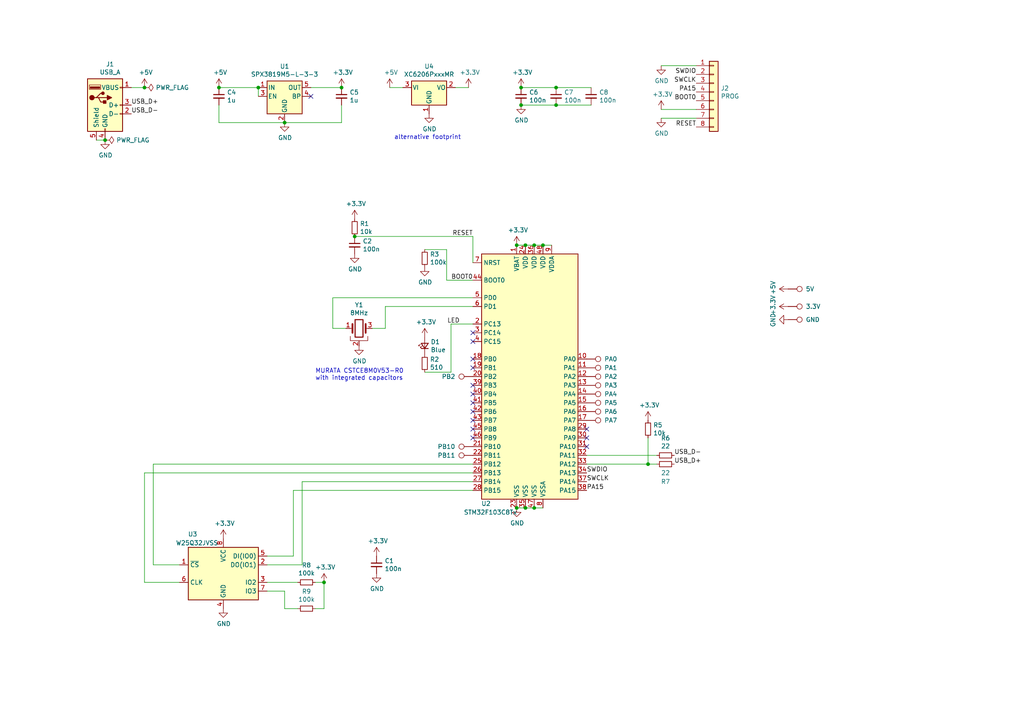
<source format=kicad_sch>
(kicad_sch (version 20211123) (generator eeschema)
  (paper "A4")
  (title_block (title "MiniPill usb stick with SPI flash") (date "2019-09-05") (rev "v1.0") (company "FLACO 2019, licence of this schematic is CC-BY-NC-SA") (comment 1 "STM32F103 \"Bluepill\" in a USB stick form factor") (comment 2 "Only a few IO pins are broken out in order to keep it small") (comment 3 "SPI flash in order to emulate a USB mass storage"))
  (lib_symbols
    (symbol "Connector:TestPoint" (pin_numbers hide) (pin_names (offset 0.762) hide)
      (property "Reference" "TP" (at 0 6.858 0))
      (property "Value" "TestPoint" (at 0 5.08 0))
      (symbol "TestPoint_0_1"
        (circle (center 0 3.302) (radius 0.762))
      )
      (symbol "TestPoint_1_1"
        (pin passive line (at 0 0 90) (length 2.54) (name "1") (number "1"))
      )
    )
    (symbol "Connector:USB_A" (pin_names (offset 1.016))
      (property "Reference" "J" (at -5.08 11.43 0))
      (property "Value" "USB_A" (at -5.08 8.89 0))
      (symbol "USB_A_0_1"
        (rectangle (start -5.08 -7.62) (end 5.08 7.62) (stroke (width 0.254)) (fill (type background)))
        (circle (center -3.81 2.159) (radius 0.635) (stroke (width 0.254)) (fill (type outline)))
        (rectangle (start -1.524 4.826) (end -4.318 5.334) (fill (type outline)))
        (rectangle (start -1.27 4.572) (end -4.572 5.842))
        (circle (center -0.635 3.429) (radius 0.381) (stroke (width 0.254)) (fill (type outline)))
        (rectangle (start -0.127 -7.62) (end 0.127 -6.858))
        (polyline (pts (xy -3.175 2.159) (xy -2.54 2.159) (xy -1.27 3.429) (xy -0.635 3.429)) (stroke (width 0.254)))
        (polyline (pts (xy -2.54 2.159) (xy -1.905 2.159) (xy -1.27 0.889) (xy 0 0.889)) (stroke (width 0.254)))
        (polyline (pts (xy 0.635 2.794) (xy 0.635 1.524) (xy 1.905 2.159) (xy 0.635 2.794)) (stroke (width 0.254)) (fill (type outline)))
        (rectangle (start 0.254 1.27) (end -0.508 0.508) (stroke (width 0.254)) (fill (type outline)))
        (rectangle (start 5.08 -2.667) (end 4.318 -2.413))
        (rectangle (start 5.08 -0.127) (end 4.318 0.127))
        (rectangle (start 5.08 4.953) (end 4.318 5.207))
      )
      (symbol "USB_A_1_1"
        (polyline (pts (xy -1.905 2.159) (xy 0.635 2.159)) (stroke (width 0.254)))
        (pin power_in line (at 7.62 5.08 180) (length 2.54) (name "VBUS") (number "1"))
        (pin bidirectional line (at 7.62 -2.54 180) (length 2.54) (name "D-") (number "2"))
        (pin bidirectional line (at 7.62 0 180) (length 2.54) (name "D+") (number "3"))
        (pin power_in line (at 0 -10.16 90) (length 2.54) (name "GND") (number "4"))
        (pin passive line (at -2.54 -10.16 90) (length 2.54) (name "Shield") (number "5"))
      )
    )
    (symbol "Connector_Generic:Conn_01x08" (pin_names (offset 1.016) hide)
      (property "Reference" "J" (at 0 10.16 0))
      (property "Value" "Conn_01x08" (at 0 -12.7 0))
      (symbol "Conn_01x08_1_1"
        (rectangle (start -1.27 -10.033) (end 0 -10.287) (stroke (width 0.1524)))
        (rectangle (start -1.27 -7.493) (end 0 -7.747) (stroke (width 0.1524)))
        (rectangle (start -1.27 -4.953) (end 0 -5.207) (stroke (width 0.1524)))
        (rectangle (start -1.27 -2.413) (end 0 -2.667) (stroke (width 0.1524)))
        (rectangle (start -1.27 0.127) (end 0 -0.127) (stroke (width 0.1524)))
        (rectangle (start -1.27 2.667) (end 0 2.413) (stroke (width 0.1524)))
        (rectangle (start -1.27 5.207) (end 0 4.953) (stroke (width 0.1524)))
        (rectangle (start -1.27 7.747) (end 0 7.493) (stroke (width 0.1524)))
        (rectangle (start -1.27 8.89) (end 1.27 -11.43) (stroke (width 0.254)) (fill (type background)))
        (pin passive line (at -5.08 7.62 0) (length 3.81) (name "Pin_1") (number "1"))
        (pin passive line (at -5.08 5.08 0) (length 3.81) (name "Pin_2") (number "2"))
        (pin passive line (at -5.08 2.54 0) (length 3.81) (name "Pin_3") (number "3"))
        (pin passive line (at -5.08 0 0) (length 3.81) (name "Pin_4") (number "4"))
        (pin passive line (at -5.08 -2.54 0) (length 3.81) (name "Pin_5") (number "5"))
        (pin passive line (at -5.08 -5.08 0) (length 3.81) (name "Pin_6") (number "6"))
        (pin passive line (at -5.08 -7.62 0) (length 3.81) (name "Pin_7") (number "7"))
        (pin passive line (at -5.08 -10.16 0) (length 3.81) (name "Pin_8") (number "8"))
      )
    )
    (symbol "Device:C_Small" (pin_numbers hide) (pin_names (offset 0.254) hide)
      (property "Reference" "C" (at 0.254 1.778 0))
      (property "Value" "C_Small" (at 0.254 -2.032 0))
      (symbol "C_Small_0_1"
        (polyline (pts (xy -1.524 -0.508) (xy 1.524 -0.508)) (stroke (width 0.3302)))
        (polyline (pts (xy -1.524 0.508) (xy 1.524 0.508)) (stroke (width 0.3048)))
      )
      (symbol "C_Small_1_1"
        (pin passive line (at 0 2.54 270) (length 2.032) (name "~") (number "1"))
        (pin passive line (at 0 -2.54 90) (length 2.032) (name "~") (number "2"))
      )
    )
    (symbol "Device:Crystal_GND2" (pin_names (offset 1.016) hide)
      (property "Reference" "Y" (at 0 5.715 0))
      (property "Value" "Crystal_GND2" (at 0 3.81 0))
      (symbol "Crystal_GND2_0_1"
        (rectangle (start -1.143 2.54) (end 1.143 -2.54) (stroke (width 0.3048)))
        (polyline (pts (xy -2.54 0) (xy -1.905 0)))
        (polyline (pts (xy -1.905 -1.27) (xy -1.905 1.27)) (stroke (width 0.508)))
        (polyline (pts (xy 0 -3.81) (xy 0 -3.556)))
        (polyline (pts (xy 1.905 0) (xy 2.54 0)))
        (polyline (pts (xy 1.905 1.27) (xy 1.905 -1.27)) (stroke (width 0.508)))
        (polyline (pts (xy -2.54 -2.286) (xy -2.54 -3.556) (xy 2.54 -3.556) (xy 2.54 -2.286)))
      )
      (symbol "Crystal_GND2_1_1"
        (pin passive line (at -3.81 0 0) (length 1.27) (name "1") (number "1"))
        (pin passive line (at 0 -5.08 90) (length 1.27) (name "2") (number "2"))
        (pin passive line (at 3.81 0 180) (length 1.27) (name "3") (number "3"))
      )
    )
    (symbol "Device:LED_Small" (pin_numbers hide) (pin_names (offset 0.254) hide)
      (property "Reference" "D" (at -1.27 3.175 0))
      (property "Value" "LED_Small" (at -4.445 -2.54 0))
      (symbol "LED_Small_0_1"
        (polyline (pts (xy -0.762 -1.016) (xy -0.762 1.016)) (stroke (width 0.254)))
        (polyline (pts (xy 1.016 0) (xy -0.762 0)))
        (polyline (pts (xy 0.762 -1.016) (xy -0.762 0) (xy 0.762 1.016) (xy 0.762 -1.016)) (stroke (width 0.254)))
        (polyline (pts (xy 0 0.762) (xy -0.508 1.27) (xy -0.254 1.27) (xy -0.508 1.27) (xy -0.508 1.016)))
        (polyline (pts (xy 0.508 1.27) (xy 0 1.778) (xy 0.254 1.778) (xy 0 1.778) (xy 0 1.524)))
      )
      (symbol "LED_Small_1_1"
        (pin passive line (at -2.54 0 0) (length 1.778) (name "K") (number "1"))
        (pin passive line (at 2.54 0 180) (length 1.778) (name "A") (number "2"))
      )
    )
    (symbol "Device:R_Small" (pin_numbers hide) (pin_names (offset 0.254) hide)
      (property "Reference" "R" (at 0.762 0.508 0))
      (property "Value" "R_Small" (at 0.762 -1.016 0))
      (symbol "R_Small_0_1"
        (rectangle (start -0.762 1.778) (end 0.762 -1.778) (stroke (width 0.2032)))
      )
      (symbol "R_Small_1_1"
        (pin passive line (at 0 2.54 270) (length 0.762) (name "~") (number "1"))
        (pin passive line (at 0 -2.54 90) (length 0.762) (name "~") (number "2"))
      )
    )
    (symbol "MCU_ST_STM32F1:STM32F103C8Tx"
      (property "Reference" "U" (at -15.24 36.83 0))
      (property "Value" "STM32F103C8Tx" (at 7.62 36.83 0))
      (symbol "STM32F103C8Tx_0_1"
        (rectangle (start -15.24 -35.56) (end 12.7 35.56) (stroke (width 0.254)) (fill (type background)))
      )
      (symbol "STM32F103C8Tx_1_1"
        (pin power_in line (at -5.08 38.1 270) (length 2.54) (name "VBAT") (number "1"))
        (pin bidirectional line (at 15.24 5.08 180) (length 2.54) (name "PA0") (number "10"))
        (pin bidirectional line (at 15.24 2.54 180) (length 2.54) (name "PA1") (number "11"))
        (pin bidirectional line (at 15.24 0 180) (length 2.54) (name "PA2") (number "12"))
        (pin bidirectional line (at 15.24 -2.54 180) (length 2.54) (name "PA3") (number "13"))
        (pin bidirectional line (at 15.24 -5.08 180) (length 2.54) (name "PA4") (number "14"))
        (pin bidirectional line (at 15.24 -7.62 180) (length 2.54) (name "PA5") (number "15"))
        (pin bidirectional line (at 15.24 -10.16 180) (length 2.54) (name "PA6") (number "16"))
        (pin bidirectional line (at 15.24 -12.7 180) (length 2.54) (name "PA7") (number "17"))
        (pin bidirectional line (at -17.78 5.08 0) (length 2.54) (name "PB0") (number "18"))
        (pin bidirectional line (at -17.78 2.54 0) (length 2.54) (name "PB1") (number "19"))
        (pin bidirectional line (at -17.78 15.24 0) (length 2.54) (name "PC13") (number "2"))
        (pin bidirectional line (at -17.78 0 0) (length 2.54) (name "PB2") (number "20"))
        (pin bidirectional line (at -17.78 -20.32 0) (length 2.54) (name "PB10") (number "21"))
        (pin bidirectional line (at -17.78 -22.86 0) (length 2.54) (name "PB11") (number "22"))
        (pin power_in line (at -5.08 -38.1 90) (length 2.54) (name "VSS") (number "23"))
        (pin power_in line (at -2.54 38.1 270) (length 2.54) (name "VDD") (number "24"))
        (pin bidirectional line (at -17.78 -25.4 0) (length 2.54) (name "PB12") (number "25"))
        (pin bidirectional line (at -17.78 -27.94 0) (length 2.54) (name "PB13") (number "26"))
        (pin bidirectional line (at -17.78 -30.48 0) (length 2.54) (name "PB14") (number "27"))
        (pin bidirectional line (at -17.78 -33.02 0) (length 2.54) (name "PB15") (number "28"))
        (pin bidirectional line (at 15.24 -15.24 180) (length 2.54) (name "PA8") (number "29"))
        (pin bidirectional line (at -17.78 12.7 0) (length 2.54) (name "PC14") (number "3"))
        (pin bidirectional line (at 15.24 -17.78 180) (length 2.54) (name "PA9") (number "30"))
        (pin bidirectional line (at 15.24 -20.32 180) (length 2.54) (name "PA10") (number "31"))
        (pin bidirectional line (at 15.24 -22.86 180) (length 2.54) (name "PA11") (number "32"))
        (pin bidirectional line (at 15.24 -25.4 180) (length 2.54) (name "PA12") (number "33"))
        (pin bidirectional line (at 15.24 -27.94 180) (length 2.54) (name "PA13") (number "34"))
        (pin power_in line (at -2.54 -38.1 90) (length 2.54) (name "VSS") (number "35"))
        (pin power_in line (at 0 38.1 270) (length 2.54) (name "VDD") (number "36"))
        (pin bidirectional line (at 15.24 -30.48 180) (length 2.54) (name "PA14") (number "37"))
        (pin bidirectional line (at 15.24 -33.02 180) (length 2.54) (name "PA15") (number "38"))
        (pin bidirectional line (at -17.78 -2.54 0) (length 2.54) (name "PB3") (number "39"))
        (pin bidirectional line (at -17.78 10.16 0) (length 2.54) (name "PC15") (number "4"))
        (pin bidirectional line (at -17.78 -5.08 0) (length 2.54) (name "PB4") (number "40"))
        (pin bidirectional line (at -17.78 -7.62 0) (length 2.54) (name "PB5") (number "41"))
        (pin bidirectional line (at -17.78 -10.16 0) (length 2.54) (name "PB6") (number "42"))
        (pin bidirectional line (at -17.78 -12.7 0) (length 2.54) (name "PB7") (number "43"))
        (pin input line (at -17.78 27.94 0) (length 2.54) (name "BOOT0") (number "44"))
        (pin bidirectional line (at -17.78 -15.24 0) (length 2.54) (name "PB8") (number "45"))
        (pin bidirectional line (at -17.78 -17.78 0) (length 2.54) (name "PB9") (number "46"))
        (pin power_in line (at 0 -38.1 90) (length 2.54) (name "VSS") (number "47"))
        (pin power_in line (at 2.54 38.1 270) (length 2.54) (name "VDD") (number "48"))
        (pin input line (at -17.78 22.86 0) (length 2.54) (name "PD0") (number "5"))
        (pin input line (at -17.78 20.32 0) (length 2.54) (name "PD1") (number "6"))
        (pin input line (at -17.78 33.02 0) (length 2.54) (name "NRST") (number "7"))
        (pin power_in line (at 2.54 -38.1 90) (length 2.54) (name "VSSA") (number "8"))
        (pin power_in line (at 5.08 38.1 270) (length 2.54) (name "VDDA") (number "9"))
      )
    )
    (symbol "Memory_Flash:W25Q32JVSS"
      (property "Reference" "U" (at -8.89 8.89 0))
      (property "Value" "W25Q32JVSS" (at 7.62 8.89 0))
      (symbol "W25Q32JVSS_0_1"
        (rectangle (start -10.16 7.62) (end 10.16 -7.62) (stroke (width 0.254)) (fill (type background)))
      )
      (symbol "W25Q32JVSS_1_1"
        (pin input line (at -12.7 2.54 0) (length 2.54) (name "~{CS}") (number "1"))
        (pin bidirectional line (at 12.7 2.54 180) (length 2.54) (name "DO(IO1)") (number "2"))
        (pin bidirectional line (at 12.7 -2.54 180) (length 2.54) (name "IO2") (number "3"))
        (pin power_in line (at 0 -10.16 90) (length 2.54) (name "GND") (number "4"))
        (pin bidirectional line (at 12.7 5.08 180) (length 2.54) (name "DI(IO0)") (number "5"))
        (pin input line (at -12.7 -2.54 0) (length 2.54) (name "CLK") (number "6"))
        (pin bidirectional line (at 12.7 -5.08 180) (length 2.54) (name "IO3") (number "7"))
        (pin power_in line (at 0 10.16 270) (length 2.54) (name "VCC") (number "8"))
      )
    )
    (symbol "Regulator_Linear:SPX3819M5-L-3-3" (pin_names (offset 0.254))
      (property "Reference" "U" (at -3.81 5.715 0))
      (property "Value" "SPX3819M5-L-3-3" (at 0 5.715 0))
      (symbol "SPX3819M5-L-3-3_0_1"
        (rectangle (start -5.08 4.445) (end 5.08 -5.08) (stroke (width 0.254)) (fill (type background)))
      )
      (symbol "SPX3819M5-L-3-3_1_1"
        (pin power_in line (at -7.62 2.54 0) (length 2.54) (name "IN") (number "1"))
        (pin power_in line (at 0 -7.62 90) (length 2.54) (name "GND") (number "2"))
        (pin input line (at -7.62 0 0) (length 2.54) (name "EN") (number "3"))
        (pin input line (at 7.62 0 180) (length 2.54) (name "BP") (number "4"))
        (pin power_out line (at 7.62 2.54 180) (length 2.54) (name "OUT") (number "5"))
      )
    )
    (symbol "Regulator_Linear:XC6206PxxxMR" (pin_names (offset 0.254))
      (property "Reference" "U" (at -3.81 3.175 0))
      (property "Value" "XC6206PxxxMR" (at 0 3.175 0))
      (symbol "XC6206PxxxMR_0_1"
        (rectangle (start -5.08 1.905) (end 5.08 -5.08) (stroke (width 0.254)) (fill (type background)))
      )
      (symbol "XC6206PxxxMR_1_1"
        (pin power_in line (at 0 -7.62 90) (length 2.54) (name "GND") (number "1"))
        (pin power_out line (at 7.62 0 180) (length 2.54) (name "VO") (number "2"))
        (pin power_in line (at -7.62 0 0) (length 2.54) (name "VI") (number "3"))
      )
    )
    (symbol "power:+3.3V" (power) (pin_names (offset 0))
      (property "Value" "+3.3V" (at 0 3.556 0))
      (symbol "+3.3V_0_1"
        (polyline (pts (xy -0.762 1.27) (xy 0 2.54)))
        (polyline (pts (xy 0 0) (xy 0 2.54)))
        (polyline (pts (xy 0 2.54) (xy 0.762 1.27)))
      )
      (symbol "+3.3V_1_1"
        (pin power_in line (at 0 0 90) (length 0) hide (name "+3.3V") (number "1"))
      )
    )
    (symbol "power:+5V" (power) (pin_names (offset 0))
      (property "Value" "+5V" (at 0 3.556 0))
      (symbol "+5V_0_1"
        (polyline (pts (xy -0.762 1.27) (xy 0 2.54)))
        (polyline (pts (xy 0 0) (xy 0 2.54)))
        (polyline (pts (xy 0 2.54) (xy 0.762 1.27)))
      )
      (symbol "+5V_1_1"
        (pin power_in line (at 0 0 90) (length 0) hide (name "+5V") (number "1"))
      )
    )
    (symbol "power:GND" (power) (pin_names (offset 0))
      (property "Value" "GND" (at 0 -3.81 0))
      (symbol "GND_0_1"
        (polyline (pts (xy 0 0) (xy 0 -1.27) (xy 1.27 -1.27) (xy 0 -2.54) (xy -1.27 -1.27) (xy 0 -1.27)))
      )
      (symbol "GND_1_1"
        (pin power_in line (at 0 0 270) (length 0) hide (name "GND") (number "1"))
      )
    )
    (symbol "power:PWR_FLAG" (power) (pin_numbers hide) (pin_names (offset 0) hide)
      (property "Value" "PWR_FLAG" (at 0 3.81 0))
      (symbol "PWR_FLAG_0_0"
        (pin power_out line (at 0 0 90) (length 0) (name "pwr") (number "1"))
      )
      (symbol "PWR_FLAG_0_1"
        (polyline (pts (xy 0 0) (xy 0 1.27) (xy -1.016 1.905) (xy 0 2.54) (xy 1.016 1.905) (xy 0 1.27)))
      )
    )
  )
  (junction (at 93.98 168.91))
  (junction (at 63.5 25.4))
  (junction (at 161.29 25.4))
  (junction (at 152.4 147.32))
  (junction (at 154.94 71.12))
  (junction (at 74.93 25.4))
  (junction (at 154.94 147.32))
  (junction (at 102.87 68.58))
  (junction (at 157.48 71.12))
  (junction (at 151.13 25.4))
  (junction (at 82.55 35.56))
  (junction (at 41.91 25.4))
  (junction (at 99.06 25.4))
  (junction (at 151.13 30.48))
  (junction (at 30.48 40.64))
  (junction (at 187.96 134.62))
  (junction (at 161.29 30.48))
  (junction (at 152.4 71.12))
  (junction (at 149.86 147.32))
  (junction (at 149.86 71.12))
  (no_connect (at 137.16 111.76))
  (no_connect (at 137.16 106.68))
  (no_connect (at 170.18 129.54))
  (no_connect (at 170.18 127))
  (no_connect (at 137.16 96.52))
  (no_connect (at 137.16 99.06))
  (no_connect (at 137.16 119.38))
  (no_connect (at 137.16 114.3))
  (no_connect (at 137.16 121.92))
  (no_connect (at 90.17 27.94))
  (no_connect (at 137.16 104.14))
  (no_connect (at 137.16 124.46))
  (no_connect (at 170.18 124.46))
  (no_connect (at 137.16 116.84))
  (no_connect (at 137.16 127))
  (wire (pts (xy 111.76 95.25) (xy 107.95 95.25)))
  (wire (pts (xy 99.06 35.56) (xy 99.06 30.48)))
  (wire (pts (xy 137.16 86.36) (xy 96.52 86.36)))
  (wire (pts (xy 102.87 68.58) (xy 137.16 68.58)))
  (wire (pts (xy 82.55 35.56) (xy 63.5 35.56)))
  (wire (pts (xy 151.13 25.4) (xy 161.29 25.4)))
  (wire (pts (xy 77.47 171.45) (xy 82.55 171.45)))
  (wire (pts (xy 137.16 76.2) (xy 137.16 68.58)))
  (wire (pts (xy 151.13 30.48) (xy 161.29 30.48)))
  (wire (pts (xy 170.18 134.62) (xy 187.96 134.62)))
  (wire (pts (xy 74.93 25.4) (xy 63.5 25.4)))
  (wire (pts (xy 41.91 137.16) (xy 41.91 168.91)))
  (wire (pts (xy 152.4 147.32) (xy 149.86 147.32)))
  (wire (pts (xy 87.63 139.7) (xy 137.16 139.7)))
  (wire (pts (xy 74.93 27.94) (xy 74.93 25.4)))
  (wire (pts (xy 157.48 147.32) (xy 154.94 147.32)))
  (wire (pts (xy 187.96 134.62) (xy 190.5 134.62)))
  (wire (pts (xy 90.17 25.4) (xy 99.06 25.4)))
  (wire (pts (xy 82.55 176.53) (xy 86.36 176.53)))
  (wire (pts (xy 44.45 134.62) (xy 44.45 163.83)))
  (wire (pts (xy 63.5 35.56) (xy 63.5 30.48)))
  (wire (pts (xy 85.09 142.24) (xy 85.09 161.29)))
  (wire (pts (xy 85.09 142.24) (xy 137.16 142.24)))
  (wire (pts (xy 87.63 139.7) (xy 87.63 163.83)))
  (wire (pts (xy 129.54 72.39) (xy 129.54 81.28)))
  (wire (pts (xy 154.94 147.32) (xy 152.4 147.32)))
  (wire (pts (xy 201.93 19.05) (xy 191.77 19.05)))
  (wire (pts (xy 41.91 168.91) (xy 52.07 168.91)))
  (wire (pts (xy 154.94 71.12) (xy 152.4 71.12)))
  (wire (pts (xy 187.96 127) (xy 187.96 134.62)))
  (wire (pts (xy 160.02 71.12) (xy 157.48 71.12)))
  (wire (pts (xy 44.45 134.62) (xy 137.16 134.62)))
  (wire (pts (xy 44.45 163.83) (xy 52.07 163.83)))
  (wire (pts (xy 170.18 132.08) (xy 190.5 132.08)))
  (wire (pts (xy 111.76 88.9) (xy 111.76 95.25)))
  (wire (pts (xy 27.94 40.64) (xy 30.48 40.64)))
  (wire (pts (xy 201.93 31.75) (xy 191.77 31.75)))
  (wire (pts (xy 96.52 95.25) (xy 100.33 95.25)))
  (wire (pts (xy 161.29 30.48) (xy 171.45 30.48)))
  (wire (pts (xy 91.44 168.91) (xy 93.98 168.91)))
  (wire (pts (xy 113.03 25.4) (xy 116.84 25.4)))
  (wire (pts (xy 129.54 81.28) (xy 137.16 81.28)))
  (wire (pts (xy 137.16 88.9) (xy 111.76 88.9)))
  (wire (pts (xy 96.52 86.36) (xy 96.52 95.25)))
  (wire (pts (xy 93.98 176.53) (xy 91.44 176.53)))
  (wire (pts (xy 93.98 168.91) (xy 93.98 176.53)))
  (wire (pts (xy 38.1 25.4) (xy 41.91 25.4)))
  (wire (pts (xy 41.91 137.16) (xy 137.16 137.16)))
  (wire (pts (xy 137.16 93.98) (xy 130.81 93.98)))
  (wire (pts (xy 130.81 107.95) (xy 123.19 107.95)))
  (wire (pts (xy 86.36 168.91) (xy 77.47 168.91)))
  (wire (pts (xy 157.48 71.12) (xy 154.94 71.12)))
  (wire (pts (xy 85.09 161.29) (xy 77.47 161.29)))
  (wire (pts (xy 132.08 25.4) (xy 135.89 25.4)))
  (wire (pts (xy 130.81 93.98) (xy 130.81 107.95)))
  (wire (pts (xy 82.55 35.56) (xy 99.06 35.56)))
  (wire (pts (xy 82.55 171.45) (xy 82.55 176.53)))
  (wire (pts (xy 123.19 72.39) (xy 129.54 72.39)))
  (wire (pts (xy 201.93 34.29) (xy 191.77 34.29)))
  (wire (pts (xy 152.4 71.12) (xy 149.86 71.12)))
  (wire (pts (xy 87.63 163.83) (xy 77.47 163.83)))
  (wire (pts (xy 161.29 25.4) (xy 171.45 25.4)))
  (text "alternative footprint" (at 114.3 40.64 0) (effects (font (size 1.27 1.27)) (justify left bottom)))
  (text "MURATA CSTCE8M0V53-R0\nwith integrated capacitors" (at 91.44 110.49 0) (effects (font (size 1.27 1.27)) (justify left bottom)))
  (label "USB_D+" (at 38.1 30.48 0))
  (label "BOOT0" (at 137.16 81.28 180))
  (label "SWCLK" (at 201.93 24.13 180))
  (label "LED" (at 133.35 93.98 180))
  (label "USB_D-" (at 195.58 132.08 0))
  (label "PA15" (at 170.18 142.24 0))
  (label "USB_D-" (at 38.1 33.02 0))
  (label "RESET" (at 201.93 36.83 180))
  (label "USB_D+" (at 195.58 134.62 0))
  (label "SWDIO" (at 201.93 21.59 180))
  (label "SWCLK" (at 170.18 139.7 0))
  (label "PA15" (at 201.93 26.67 180))
  (label "BOOT0" (at 201.93 29.21 180))
  (label "SWDIO" (at 170.18 137.16 0))
  (label "RESET" (at 137.16 68.58 180))
  (symbol (lib_id "power:GND") (at 30.48 40.64 0) (unit 1)
    (property "Reference" "#PWR0101" (effects hide))
    (property "Value" "GND" (at 30.607 45.0342 0))
  )
  (symbol (lib_id "power:+5V") (at 41.91 25.4 0) (unit 1)
    (property "Reference" "#PWR0102" (effects hide))
    (property "Value" "+5V" (at 42.291 21.0058 0))
  )
  (symbol (lib_id "power:+3.3V") (at 187.96 121.92 0) (unit 1)
    (property "Reference" "#PWR0103" (effects hide))
    (property "Value" "+3.3V" (at 188.341 117.5258 0))
  )
  (symbol (lib_id "power:+3.3V") (at 99.06 25.4 0) (unit 1)
    (property "Reference" "#PWR0104" (effects hide))
    (property "Value" "+3.3V" (at 99.441 21.0058 0))
  )
  (symbol (lib_id "power:+5V") (at 63.5 25.4 0) (unit 1)
    (property "Reference" "#PWR0105" (effects hide))
    (property "Value" "+5V" (at 63.881 21.0058 0))
  )
  (symbol (lib_id "power:GND") (at 191.77 34.29 0) (unit 1)
    (property "Reference" "#PWR0119" (effects hide))
    (property "Value" "GND" (at 191.897 38.6842 0))
  )
  (symbol (lib_id "power:GND") (at 82.55 35.56 0) (unit 1)
    (property "Reference" "#PWR0106" (effects hide))
    (property "Value" "GND" (at 82.677 39.9542 0))
  )
  (symbol (lib_id "power:+3.3V") (at 191.77 31.75 0) (unit 1)
    (property "Reference" "#PWR0120" (effects hide))
    (property "Value" "+3.3V" (at 192.151 27.3558 0))
  )
  (symbol (lib_id "power:+3.3V") (at 149.86 71.12 0) (unit 1)
    (property "Reference" "#PWR0108" (effects hide))
    (property "Value" "+3.3V" (at 150.241 66.7258 0))
  )
  (symbol (lib_id "power:GND") (at 149.86 147.32 0) (unit 1)
    (property "Reference" "#PWR0109" (effects hide))
    (property "Value" "GND" (at 149.987 151.7142 0))
  )
  (symbol (lib_id "power:PWR_FLAG") (at 41.91 25.4 270) (unit 1)
    (property "Reference" "#FLG0101" (effects hide))
    (property "Value" "PWR_FLAG" (at 45.1612 25.4 90) (effects (justify left)))
  )
  (symbol (lib_id "power:GND") (at 151.13 30.48 0) (unit 1)
    (property "Reference" "#PWR0110" (effects hide))
    (property "Value" "GND" (at 151.257 34.8742 0))
  )
  (symbol (lib_id "power:+3.3V") (at 151.13 25.4 0) (unit 1)
    (property "Reference" "#PWR0111" (effects hide))
    (property "Value" "+3.3V" (at 151.511 21.0058 0))
  )
  (symbol (lib_id "power:PWR_FLAG") (at 30.48 40.64 270) (unit 1)
    (property "Reference" "#FLG0102" (effects hide))
    (property "Value" "PWR_FLAG" (at 33.7312 40.64 90) (effects (justify left)))
  )
  (symbol (lib_id "power:GND") (at 104.14 100.33 0) (unit 1)
    (property "Reference" "#PWR0112" (effects hide))
    (property "Value" "GND" (at 104.267 104.7242 0))
  )
  (symbol (lib_id "Device:LED_Small") (at 123.19 100.33 90) (unit 1)
    (property "Reference" "D1" (at 124.9172 99.1616 90) (effects (justify right)))
    (property "Value" "Blue" (at 124.9172 101.473 90) (effects (justify right)))
    (property "Footprint" "LED_SMD:LED_0805_2012Metric" (effects hide))
  )
  (symbol (lib_id "power:+3.3V") (at 123.19 97.79 0) (unit 1)
    (property "Reference" "#PWR0113" (effects hide))
    (property "Value" "+3.3V" (at 123.571 93.3958 0))
  )
  (symbol (lib_id "power:+3.3V") (at 102.87 63.5 0) (unit 1)
    (property "Reference" "#PWR0114" (effects hide))
    (property "Value" "+3.3V" (at 103.251 59.1058 0))
  )
  (symbol (lib_id "power:GND") (at 102.87 73.66 0) (unit 1)
    (property "Reference" "#PWR0115" (effects hide))
    (property "Value" "GND" (at 102.997 78.0542 0))
  )
  (symbol (lib_id "Device:Crystal_GND2") (at 104.14 95.25 0) (unit 1)
    (property "Reference" "Y1" (at 104.14 88.4428 0))
    (property "Value" "8MHz" (at 104.14 90.7542 0))
    (property "Footprint" "Crystal:Resonator_SMD_Murata_CSTxExxV-3Pin_3.0x1.1mm" (effects hide))
  )
  (symbol (lib_id "power:+3.3V") (at 64.77 156.21 0) (unit 1)
    (property "Reference" "#PWR0121" (effects hide))
    (property "Value" "+3.3V" (at 65.151 151.8158 0))
  )
  (symbol (lib_id "power:GND") (at 64.77 176.53 0) (unit 1)
    (property "Reference" "#PWR0122" (effects hide))
    (property "Value" "GND" (at 64.897 180.9242 0))
  )
  (symbol (lib_id "power:+3.3V") (at 109.22 161.29 0) (unit 1)
    (property "Reference" "#PWR0123" (effects hide))
    (property "Value" "+3.3V" (at 109.601 156.8958 0))
  )
  (symbol (lib_id "power:GND") (at 109.22 166.37 0) (unit 1)
    (property "Reference" "#PWR0124" (effects hide))
    (property "Value" "GND" (at 109.347 170.7642 0))
  )
  (symbol (lib_id "power:+3.3V") (at 93.98 168.91 0) (unit 1)
    (property "Reference" "#PWR0125" (effects hide))
    (property "Value" "+3.3V" (at 94.361 164.5158 0))
  )
  (symbol (lib_id "power:+3.3V") (at 228.6 88.9 90) (unit 1)
    (property "Reference" "#PWR0116" (effects hide))
    (property "Value" "+3.3V" (at 224.2058 88.519 0))
  )
  (symbol (lib_id "power:GND") (at 228.6 92.71 270) (unit 1)
    (property "Reference" "#PWR0117" (effects hide))
    (property "Value" "GND" (at 224.2058 92.837 0))
  )
  (symbol (lib_id "Connector:TestPoint") (at 137.16 109.22 90) (unit 1)
    (property "Reference" "TP_B2" (effects hide))
    (property "Value" "PB2" (at 132.08 109.22 90) (effects (justify left)))
    (property "Footprint" "Sassa:Pin_THT_Square_Pitch2.54mm" (effects hide))
  )
  (symbol (lib_id "power:+5V") (at 228.6 83.82 90) (unit 1)
    (property "Reference" "#PWR02" (effects hide))
    (property "Value" "+5V" (at 224.2058 83.439 0))
  )
  (symbol (lib_id "power:GND") (at 123.19 77.47 0) (unit 1)
    (property "Reference" "#PWR01" (effects hide))
    (property "Value" "GND" (at 123.317 81.8642 0))
  )
  (symbol (lib_id "MCU_ST_STM32F1:STM32F103C8Tx") (at 154.94 109.22 0) (unit 1)
    (property "Reference" "U2" (at 140.97 146.05 0))
    (property "Value" "STM32F103C8Tx" (at 142.24 148.59 0))
    (property "Footprint" "Package_QFP:LQFP-48_7x7mm_P0.5mm" (effects hide))
    (property "Datasheet" "http://www.st.com/st-web-ui/static/active/en/resource/technical/document/datasheet/CD00161566.pdf" (effects hide))
  )
  (symbol (lib_id "Connector:TestPoint") (at 137.16 129.54 90) (unit 1)
    (property "Reference" "TP_B10" (effects hide))
    (property "Value" "PB10" (at 132.08 129.54 90) (effects (justify left)))
    (property "Footprint" "Sassa:Pin_THT_Square_Pitch2.54mm" (effects hide))
  )
  (symbol (lib_id "Connector:TestPoint") (at 137.16 132.08 90) (unit 1)
    (property "Reference" "TP_B11" (effects hide))
    (property "Value" "PB11" (at 132.08 132.08 90) (effects (justify left)))
    (property "Footprint" "Sassa:Pin_THT_Square_Pitch2.54mm" (effects hide))
  )
  (symbol (lib_id "Device:R_Small") (at 102.87 66.04 0) (unit 1)
    (property "Reference" "R1" (at 104.3686 64.8716 0) (effects (justify left)))
    (property "Value" "10k" (at 104.3686 67.183 0) (effects (justify left)))
    (property "Footprint" "Resistor_SMD:R_0805_2012Metric" (effects hide))
  )
  (symbol (lib_id "Device:R_Small") (at 123.19 74.93 0) (unit 1)
    (property "Reference" "R3" (at 124.6886 73.7616 0) (effects (justify left)))
    (property "Value" "100k" (at 124.6886 76.073 0) (effects (justify left)))
    (property "Footprint" "Resistor_SMD:R_0805_2012Metric" (effects hide))
  )
  (symbol (lib_id "Device:C_Small") (at 102.87 71.12 0) (unit 1)
    (property "Reference" "C2" (at 105.2068 69.9516 0) (effects (justify left)))
    (property "Value" "100n" (at 105.2068 72.263 0) (effects (justify left)))
    (property "Footprint" "Capacitor_SMD:C_0805_2012Metric" (effects hide))
  )
  (symbol (lib_id "Device:R_Small") (at 123.19 105.41 0) (unit 1)
    (property "Reference" "R2" (at 124.6886 104.2416 0) (effects (justify left)))
    (property "Value" "510" (at 124.6886 106.553 0) (effects (justify left)))
    (property "Footprint" "Resistor_SMD:R_0805_2012Metric" (effects hide))
  )
  (symbol (lib_id "power:GND") (at 191.77 19.05 0) (unit 1)
    (property "Reference" "#PWR0107" (effects hide))
    (property "Value" "GND" (at 191.897 23.4442 0))
  )
  (symbol (lib_id "Device:C_Small") (at 109.22 163.83 0) (unit 1)
    (property "Reference" "C1" (at 111.5568 162.6616 0) (effects (justify left)))
    (property "Value" "100n" (at 111.5568 164.973 0) (effects (justify left)))
    (property "Footprint" "Capacitor_SMD:C_0805_2012Metric" (effects hide))
  )
  (symbol (lib_id "Device:R_Small") (at 88.9 168.91 270) (unit 1)
    (property "Reference" "R8" (at 88.9 163.9316 90))
    (property "Value" "100k" (at 88.9 166.243 90))
    (property "Footprint" "Resistor_SMD:R_0805_2012Metric" (effects hide))
  )
  (symbol (lib_id "Device:R_Small") (at 88.9 176.53 270) (unit 1)
    (property "Reference" "R9" (at 88.9 171.5516 90))
    (property "Value" "100k" (at 88.9 173.863 90))
    (property "Footprint" "Resistor_SMD:R_0805_2012Metric" (effects hide))
  )
  (symbol (lib_id "Memory_Flash:W25Q32JVSS") (at 64.77 166.37 0) (unit 1)
    (property "Reference" "U3" (at 55.88 154.94 0))
    (property "Value" "W25Q32JVSS" (at 57.15 157.48 0))
    (property "Footprint" "Package_SO:SOIC-8_5.23x5.23mm_P1.27mm" (effects hide))
    (property "Datasheet" "http://www.winbond.com/resource-files/w25q32jv%20revg%2003272018%20plus.pdf" (effects hide))
  )
  (symbol (lib_id "Device:R_Small") (at 193.04 132.08 270) (unit 1)
    (property "Reference" "R6" (at 193.04 127.1016 90))
    (property "Value" "22" (at 193.04 129.413 90))
    (property "Footprint" "Resistor_SMD:R_0805_2012Metric" (effects hide))
  )
  (symbol (lib_id "Device:R_Small") (at 193.04 134.62 270) (unit 1)
    (property "Reference" "R7" (at 193.04 139.7 90))
    (property "Value" "22" (at 193.04 137.16 90))
    (property "Footprint" "Resistor_SMD:R_0805_2012Metric" (effects hide))
  )
  (symbol (lib_id "Device:R_Small") (at 187.96 124.46 0) (unit 1)
    (property "Reference" "R5" (at 189.4586 123.2916 0) (effects (justify left)))
    (property "Value" "10k" (at 189.4586 125.603 0) (effects (justify left)))
    (property "Footprint" "Resistor_SMD:R_0805_2012Metric" (effects hide))
  )
  (symbol (lib_id "Connector:TestPoint") (at 170.18 104.14 270) (unit 1)
    (property "Reference" "TP_B5" (effects hide))
    (property "Value" "PA0" (at 175.26 104.14 90) (effects (justify left)))
    (property "Footprint" "Sassa:Pin_THT_Square_Pitch2.54mm" (effects hide))
  )
  (symbol (lib_id "Connector:TestPoint") (at 170.18 106.68 270) (unit 1)
    (property "Reference" "TP_B6" (effects hide))
    (property "Value" "PA1" (at 175.26 106.68 90) (effects (justify left)))
    (property "Footprint" "Sassa:Pin_THT_Square_Pitch2.54mm" (effects hide))
  )
  (symbol (lib_id "Connector:TestPoint") (at 170.18 109.22 270) (unit 1)
    (property "Reference" "TP_B7" (effects hide))
    (property "Value" "PA2" (at 175.26 109.22 90) (effects (justify left)))
    (property "Footprint" "Sassa:Pin_THT_Square_Pitch2.54mm" (effects hide))
  )
  (symbol (lib_id "Connector:TestPoint") (at 170.18 111.76 270) (unit 1)
    (property "Reference" "TP_B8" (effects hide))
    (property "Value" "PA3" (at 175.26 111.76 90) (effects (justify left)))
    (property "Footprint" "Sassa:Pin_THT_Square_Pitch2.54mm" (effects hide))
  )
  (symbol (lib_id "Connector:TestPoint") (at 170.18 114.3 270) (unit 1)
    (property "Reference" "TP_B9" (effects hide))
    (property "Value" "PA4" (at 175.26 114.3 90) (effects (justify left)))
    (property "Footprint" "Sassa:Pin_THT_Square_Pitch2.54mm" (effects hide))
  )
  (symbol (lib_id "Connector:TestPoint") (at 170.18 116.84 270) (unit 1)
    (property "Reference" "TP_B12" (effects hide))
    (property "Value" "PA5" (at 175.26 116.84 90) (effects (justify left)))
    (property "Footprint" "Sassa:Pin_THT_Square_Pitch2.54mm" (effects hide))
  )
  (symbol (lib_id "Connector:TestPoint") (at 170.18 119.38 270) (unit 1)
    (property "Reference" "TP_B13" (effects hide))
    (property "Value" "PA6" (at 175.26 119.38 90) (effects (justify left)))
    (property "Footprint" "Sassa:Pin_THT_Square_Pitch2.54mm" (effects hide))
  )
  (symbol (lib_id "Connector:TestPoint") (at 170.18 121.92 270) (unit 1)
    (property "Reference" "TP_B14" (effects hide))
    (property "Value" "PA7" (at 175.26 121.92 90) (effects (justify left)))
    (property "Footprint" "Sassa:Pin_THT_Square_Pitch2.54mm" (effects hide))
  )
  (symbol (lib_id "Connector:TestPoint") (at 228.6 83.82 270) (unit 1)
    (property "Reference" "TP_B1" (effects hide))
    (property "Value" "5V" (at 233.68 83.82 90) (effects (justify left)))
    (property "Footprint" "Sassa:Pin_THT_Square_Pitch2.54mm" (effects hide))
  )
  (symbol (lib_id "Connector:TestPoint") (at 228.6 88.9 270) (unit 1)
    (property "Reference" "TP_B3" (effects hide))
    (property "Value" "3.3V" (at 233.68 88.9 90) (effects (justify left)))
    (property "Footprint" "Sassa:Pin_THT_Square_Pitch2.54mm" (effects hide))
  )
  (symbol (lib_id "Connector:TestPoint") (at 228.6 92.71 270) (unit 1)
    (property "Reference" "TP_B4" (effects hide))
    (property "Value" "GND" (at 233.68 92.71 90) (effects (justify left)))
    (property "Footprint" "Sassa:Pin_THT_Square_Pitch2.54mm" (effects hide))
  )
  (symbol (lib_id "Connector_Generic:Conn_01x08") (at 207.01 26.67 0) (unit 1)
    (property "Reference" "J2" (at 209.042 25.6032 0) (effects (justify left)))
    (property "Value" "PROG" (at 209.042 27.9146 0) (effects (justify left)))
    (property "Footprint" "Connector_PinHeader_2.54mm:PinHeader_1x08_P2.54mm_Vertical" (effects hide))
  )
  (symbol (lib_id "Device:C_Small") (at 151.13 27.94 0) (unit 1)
    (property "Reference" "C6" (at 153.4668 26.7716 0) (effects (justify left)))
    (property "Value" "100n" (at 153.4668 29.083 0) (effects (justify left)))
    (property "Footprint" "Capacitor_SMD:C_0805_2012Metric" (effects hide))
  )
  (symbol (lib_id "Device:C_Small") (at 161.29 27.94 0) (unit 1)
    (property "Reference" "C7" (at 163.6268 26.7716 0) (effects (justify left)))
    (property "Value" "100n" (at 163.6268 29.083 0) (effects (justify left)))
    (property "Footprint" "Capacitor_SMD:C_0805_2012Metric" (effects hide))
  )
  (symbol (lib_id "Device:C_Small") (at 171.45 27.94 0) (unit 1)
    (property "Reference" "C8" (at 173.7868 26.7716 0) (effects (justify left)))
    (property "Value" "100n" (at 173.7868 29.083 0) (effects (justify left)))
    (property "Footprint" "Capacitor_SMD:C_0805_2012Metric" (effects hide))
  )
  (symbol (lib_id "Device:C_Small") (at 99.06 27.94 0) (unit 1)
    (property "Reference" "C5" (at 101.3968 26.7716 0) (effects (justify left)))
    (property "Value" "1u" (at 101.3968 29.083 0) (effects (justify left)))
    (property "Footprint" "Capacitor_SMD:C_0805_2012Metric" (effects hide))
  )
  (symbol (lib_id "Device:C_Small") (at 63.5 27.94 0) (unit 1)
    (property "Reference" "C4" (at 65.8368 26.7716 0) (effects (justify left)))
    (property "Value" "1u" (at 65.8368 29.083 0) (effects (justify left)))
    (property "Footprint" "Capacitor_SMD:C_0805_2012Metric" (effects hide))
  )
  (symbol (lib_id "Regulator_Linear:SPX3819M5-L-3-3") (at 82.55 27.94 0) (unit 1)
    (property "Reference" "U1" (at 82.55 19.2532 0))
    (property "Value" "SPX3819M5-L-3-3" (at 82.55 21.5646 0))
    (property "Footprint" "Package_TO_SOT_SMD:SOT-23-5" (effects hide))
    (property "Datasheet" "https://www.exar.com/content/document.ashx?id=22106&languageid=1033&type=Datasheet&partnumber=SPX3819&filename=SPX3819.pdf&part=SPX3819" (effects hide))
  )
  (symbol (lib_id "Connector:USB_A") (at 30.48 30.48 0) (unit 1)
    (property "Reference" "J1" (at 31.9278 18.6182 0))
    (property "Value" "USB_A" (at 31.9278 20.9296 0))
    (property "Footprint" "Connector_USB:USB_A_CNCTech_1001-011-01101_Horizontal" (effects hide))
    (property "Datasheet" " ~" (effects hide))
  )
  (symbol (lib_id "power:+3.3V") (at 135.89 25.4 0) (unit 1)
    (property "Reference" "#PWR0127" (effects hide))
    (property "Value" "+3.3V" (at 136.271 21.0058 0))
  )
  (symbol (lib_id "power:+5V") (at 113.03 25.4 0) (unit 1)
    (property "Reference" "#PWR0118" (effects hide))
    (property "Value" "+5V" (at 113.411 21.0058 0))
  )
  (symbol (lib_id "Regulator_Linear:XC6206PxxxMR") (at 124.46 25.4 0) (unit 1)
    (property "Reference" "U4" (at 124.46 19.2532 0))
    (property "Value" "XC6206PxxxMR" (at 124.46 21.5646 0))
    (property "Footprint" "Sassa:SOT-23" (effects hide))
    (property "Datasheet" "https://www.torexsemi.com/file/xc6206/XC6206.pdf" (effects hide))
  )
  (symbol (lib_id "power:GND") (at 124.46 33.02 0) (unit 1)
    (property "Reference" "#PWR0126" (effects hide))
    (property "Value" "GND" (at 124.587 37.4142 0))
  )
)
</source>
